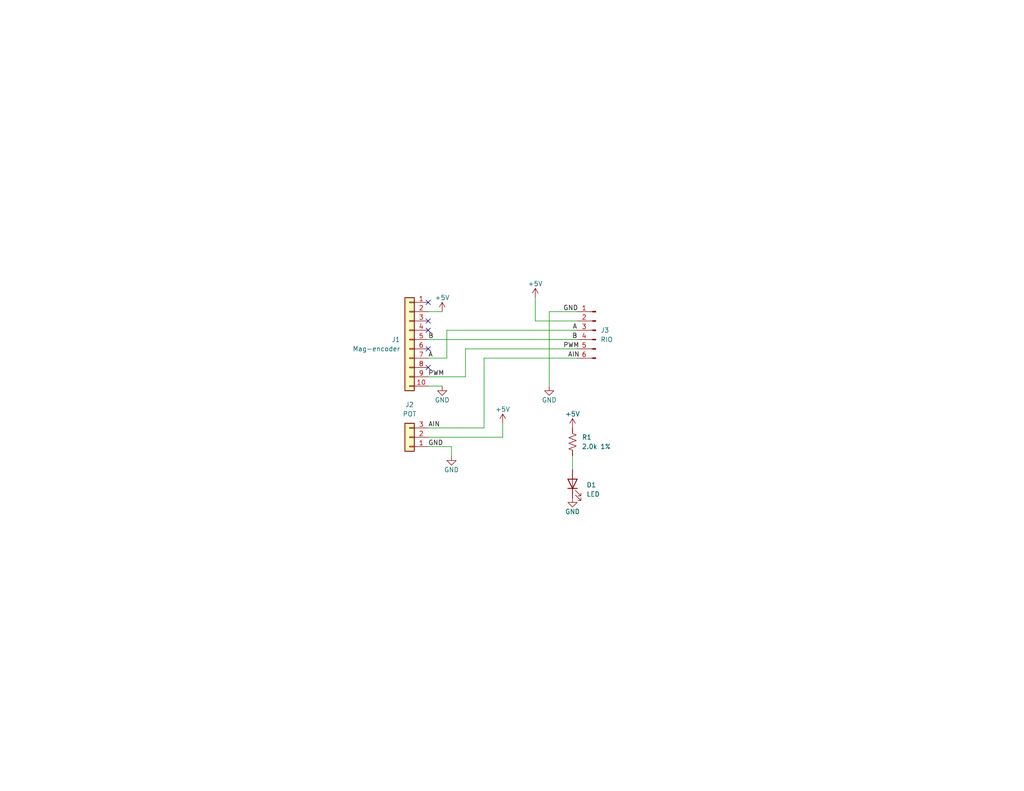
<source format=kicad_sch>
(kicad_sch (version 20230121) (generator eeschema)
  (paper "USLetter")
  (title_block (title "MAG Encoder Adapter") (date "2022-08-20") (rev "V1.0") (company "971 Spartan Robotics"))
  (lib_symbols
    (symbol "Connector:Conn_01x06_Male" (pin_names (offset 1.016) hide)
      (property "Reference" "J" (at 0 7.62 0))
      (property "Value" "Conn_01x06_Male" (at 0 -10.16 0))
      (symbol "Conn_01x06_Male_1_1"
        (polyline (pts (xy 1.27 -7.62) (xy 0.8636 -7.62)) (stroke (width 0.1524)))
        (polyline (pts (xy 1.27 -5.08) (xy 0.8636 -5.08)) (stroke (width 0.1524)))
        (polyline (pts (xy 1.27 -2.54) (xy 0.8636 -2.54)) (stroke (width 0.1524)))
        (polyline (pts (xy 1.27 0) (xy 0.8636 0)) (stroke (width 0.1524)))
        (polyline (pts (xy 1.27 2.54) (xy 0.8636 2.54)) (stroke (width 0.1524)))
        (polyline (pts (xy 1.27 5.08) (xy 0.8636 5.08)) (stroke (width 0.1524)))
        (rectangle (start 0.8636 -7.493) (end 0 -7.747) (stroke (width 0.1524)) (fill (type outline)))
        (rectangle (start 0.8636 -4.953) (end 0 -5.207) (stroke (width 0.1524)) (fill (type outline)))
        (rectangle (start 0.8636 -2.413) (end 0 -2.667) (stroke (width 0.1524)) (fill (type outline)))
        (rectangle (start 0.8636 0.127) (end 0 -0.127) (stroke (width 0.1524)) (fill (type outline)))
        (rectangle (start 0.8636 2.667) (end 0 2.413) (stroke (width 0.1524)) (fill (type outline)))
        (rectangle (start 0.8636 5.207) (end 0 4.953) (stroke (width 0.1524)) (fill (type outline)))
        (pin passive line (at 5.08 5.08 180) (length 3.81) (name "Pin_1") (number "1"))
        (pin passive line (at 5.08 2.54 180) (length 3.81) (name "Pin_2") (number "2"))
        (pin passive line (at 5.08 0 180) (length 3.81) (name "Pin_3") (number "3"))
        (pin passive line (at 5.08 -2.54 180) (length 3.81) (name "Pin_4") (number "4"))
        (pin passive line (at 5.08 -5.08 180) (length 3.81) (name "Pin_5") (number "5"))
        (pin passive line (at 5.08 -7.62 180) (length 3.81) (name "Pin_6") (number "6"))
      )
    )
    (symbol "Connector_Generic:Conn_01x03" (pin_names (offset 1.016) hide)
      (property "Reference" "J" (at 0 5.08 0))
      (property "Value" "Conn_01x03" (at 0 -5.08 0))
      (symbol "Conn_01x03_1_1"
        (rectangle (start -1.27 -2.413) (end 0 -2.667) (stroke (width 0.1524)))
        (rectangle (start -1.27 0.127) (end 0 -0.127) (stroke (width 0.1524)))
        (rectangle (start -1.27 2.667) (end 0 2.413) (stroke (width 0.1524)))
        (rectangle (start -1.27 3.81) (end 1.27 -3.81) (stroke (width 0.254)) (fill (type background)))
        (pin passive line (at -5.08 2.54 0) (length 3.81) (name "Pin_1") (number "1"))
        (pin passive line (at -5.08 0 0) (length 3.81) (name "Pin_2") (number "2"))
        (pin passive line (at -5.08 -2.54 0) (length 3.81) (name "Pin_3") (number "3"))
      )
    )
    (symbol "Connector_Generic:Conn_01x10" (pin_names (offset 1.016) hide)
      (property "Reference" "J" (at 0 12.7 0))
      (property "Value" "Conn_01x10" (at 0 -15.24 0))
      (symbol "Conn_01x10_1_1"
        (rectangle (start -1.27 -12.573) (end 0 -12.827) (stroke (width 0.1524)))
        (rectangle (start -1.27 -10.033) (end 0 -10.287) (stroke (width 0.1524)))
        (rectangle (start -1.27 -7.493) (end 0 -7.747) (stroke (width 0.1524)))
        (rectangle (start -1.27 -4.953) (end 0 -5.207) (stroke (width 0.1524)))
        (rectangle (start -1.27 -2.413) (end 0 -2.667) (stroke (width 0.1524)))
        (rectangle (start -1.27 0.127) (end 0 -0.127) (stroke (width 0.1524)))
        (rectangle (start -1.27 2.667) (end 0 2.413) (stroke (width 0.1524)))
        (rectangle (start -1.27 5.207) (end 0 4.953) (stroke (width 0.1524)))
        (rectangle (start -1.27 7.747) (end 0 7.493) (stroke (width 0.1524)))
        (rectangle (start -1.27 10.287) (end 0 10.033) (stroke (width 0.1524)))
        (rectangle (start -1.27 11.43) (end 1.27 -13.97) (stroke (width 0.254)) (fill (type background)))
        (pin passive line (at -5.08 10.16 0) (length 3.81) (name "Pin_1") (number "1"))
        (pin passive line (at -5.08 -12.7 0) (length 3.81) (name "Pin_10") (number "10"))
        (pin passive line (at -5.08 7.62 0) (length 3.81) (name "Pin_2") (number "2"))
        (pin passive line (at -5.08 5.08 0) (length 3.81) (name "Pin_3") (number "3"))
        (pin passive line (at -5.08 2.54 0) (length 3.81) (name "Pin_4") (number "4"))
        (pin passive line (at -5.08 0 0) (length 3.81) (name "Pin_5") (number "5"))
        (pin passive line (at -5.08 -2.54 0) (length 3.81) (name "Pin_6") (number "6"))
        (pin passive line (at -5.08 -5.08 0) (length 3.81) (name "Pin_7") (number "7"))
        (pin passive line (at -5.08 -7.62 0) (length 3.81) (name "Pin_8") (number "8"))
        (pin passive line (at -5.08 -10.16 0) (length 3.81) (name "Pin_9") (number "9"))
      )
    )
    (symbol "Device:LED" (pin_numbers hide) (pin_names (offset 1.016) hide)
      (property "Reference" "D" (at 0 2.54 0))
      (property "Value" "LED" (at 0 -2.54 0))
      (symbol "LED_0_1"
        (polyline (pts (xy -1.27 -1.27) (xy -1.27 1.27)) (stroke (width 0.254)))
        (polyline (pts (xy -1.27 0) (xy 1.27 0)))
        (polyline (pts (xy 1.27 -1.27) (xy 1.27 1.27) (xy -1.27 0) (xy 1.27 -1.27)) (stroke (width 0.254)))
        (polyline (pts (xy -3.048 -0.762) (xy -4.572 -2.286) (xy -3.81 -2.286) (xy -4.572 -2.286) (xy -4.572 -1.524)))
        (polyline (pts (xy -1.778 -0.762) (xy -3.302 -2.286) (xy -2.54 -2.286) (xy -3.302 -2.286) (xy -3.302 -1.524)))
      )
      (symbol "LED_1_1"
        (pin passive line (at -3.81 0 0) (length 2.54) (name "K") (number "1"))
        (pin passive line (at 3.81 0 180) (length 2.54) (name "A") (number "2"))
      )
    )
    (symbol "Device:R_US" (pin_numbers hide) (pin_names (offset 0))
      (property "Reference" "R" (at 2.54 0 90))
      (property "Value" "R_US" (at -2.54 0 90))
      (symbol "R_US_0_1"
        (polyline (pts (xy 0 -2.286) (xy 0 -2.54)))
        (polyline (pts (xy 0 2.286) (xy 0 2.54)))
        (polyline (pts (xy 0 -0.762) (xy 1.016 -1.143) (xy 0 -1.524) (xy -1.016 -1.905) (xy 0 -2.286)))
        (polyline (pts (xy 0 0.762) (xy 1.016 0.381) (xy 0 0) (xy -1.016 -0.381) (xy 0 -0.762)))
        (polyline (pts (xy 0 2.286) (xy 1.016 1.905) (xy 0 1.524) (xy -1.016 1.143) (xy 0 0.762)))
      )
      (symbol "R_US_1_1"
        (pin passive line (at 0 3.81 270) (length 1.27) (name "~") (number "1"))
        (pin passive line (at 0 -3.81 90) (length 1.27) (name "~") (number "2"))
      )
    )
    (symbol "power:+5V" (power) (pin_names (offset 0))
      (property "Value" "+5V" (at 0 3.556 0))
      (symbol "+5V_0_1"
        (polyline (pts (xy -0.762 1.27) (xy 0 2.54)))
        (polyline (pts (xy 0 0) (xy 0 2.54)))
        (polyline (pts (xy 0 2.54) (xy 0.762 1.27)))
      )
      (symbol "+5V_1_1"
        (pin power_in line (at 0 0 90) (length 0) hide (name "+5V") (number "1"))
      )
    )
    (symbol "power:GND" (power) (pin_names (offset 0))
      (property "Value" "GND" (at 0 -3.81 0))
      (symbol "GND_0_1"
        (polyline (pts (xy 0 0) (xy 0 -1.27) (xy 1.27 -1.27) (xy 0 -2.54) (xy -1.27 -1.27) (xy 0 -1.27)))
      )
      (symbol "GND_1_1"
        (pin power_in line (at 0 0 270) (length 0) hide (name "GND") (number "1"))
      )
    )
  )
  (no_connect (at 116.84 100.33))
  (no_connect (at 116.84 87.63))
  (no_connect (at 116.84 90.17))
  (no_connect (at 116.84 82.55))
  (no_connect (at 116.84 95.25))
  (wire (pts (xy 149.86 85.09) (xy 157.48 85.09)))
  (wire (pts (xy 116.84 92.71) (xy 157.48 92.71)))
  (wire (pts (xy 121.92 90.17) (xy 121.92 97.79)))
  (wire (pts (xy 120.65 85.09) (xy 116.84 85.09)))
  (wire (pts (xy 157.48 97.79) (xy 132.08 97.79)))
  (wire (pts (xy 120.65 105.41) (xy 116.84 105.41)))
  (wire (pts (xy 116.84 97.79) (xy 121.92 97.79)))
  (wire (pts (xy 127 95.25) (xy 127 102.87)))
  (wire (pts (xy 149.86 105.41) (xy 149.86 85.09)))
  (wire (pts (xy 156.21 124.46) (xy 156.21 128.27)))
  (wire (pts (xy 127 102.87) (xy 116.84 102.87)))
  (wire (pts (xy 137.16 119.38) (xy 137.16 115.57)))
  (wire (pts (xy 146.05 87.63) (xy 146.05 81.28)))
  (wire (pts (xy 132.08 97.79) (xy 132.08 116.84)))
  (wire (pts (xy 116.84 116.84) (xy 132.08 116.84)))
  (wire (pts (xy 116.84 119.38) (xy 137.16 119.38)))
  (wire (pts (xy 157.48 87.63) (xy 146.05 87.63)))
  (wire (pts (xy 121.92 90.17) (xy 157.48 90.17)))
  (wire (pts (xy 127 95.25) (xy 157.48 95.25)))
  (wire (pts (xy 123.19 124.46) (xy 123.19 121.92)))
  (wire (pts (xy 116.84 121.92) (xy 123.19 121.92)))
  (label "AIN" (at 116.84 116.84 0))
  (label "B" (at 156.0934 92.71 0))
  (label "PWM" (at 116.84 102.87 0))
  (label "GND" (at 153.67 85.09 0))
  (label "B" (at 116.84 92.71 0))
  (label "A" (at 116.84 97.79 0))
  (label "GND" (at 116.84 121.92 0))
  (label "AIN" (at 154.94 97.79 0))
  (label "PWM" (at 153.67 95.25 0))
  (label "A" (at 156.21 90.17 0))
  (symbol (lib_id "Connector:Conn_01x06_Male") (at 162.56 90.17 0) (mirror y) (unit 1)
    (property "Reference" "J3" (at 163.83 90.1699 0) (effects (justify right)))
    (property "Value" "RIO" (at 163.83 92.7099 0) (effects (justify right)))
    (property "Footprint" "mag:705550005" (effects hide))
    (property "DIST" "Digikey" (effects hide))
    (property "DIST P/N" "23-0705550005-ND" (effects hide))
    (property "MFG" "Molex" (effects hide))
    (property "MFG P/N" "705550005" (effects hide))
  )
  (symbol (lib_id "Device:R_US") (at 156.21 120.65 180) (unit 1)
    (property "Reference" "R1" (at 158.75 119.3799 0) (effects (justify right)))
    (property "Value" "2.0k 1%" (at 158.75 121.9199 0) (effects (justify right)))
    (property "Footprint" "Resistor_SMD:R_0805_2012Metric" (effects hide))
    (property "DIST" "Digikey" (effects hide))
    (property "DIST P/N" "311-2.0KARCT-ND" (effects hide))
    (property "MFG" "YAGEO" (effects hide))
    (property "MFG P/N" "RC0805JR-072KL" (effects hide))
  )
  (symbol (lib_id "Connector_Generic:Conn_01x10") (at 111.76 92.71 0) (mirror y) (unit 1)
    (property "Reference" "J1" (at 109.22 92.7099 0) (effects (justify left)))
    (property "Value" "Mag-encoder" (at 109.22 95.2499 0) (effects (justify left)))
    (property "Footprint" "MAG-encoder:20021521-00010T1LF" (effects hide))
    (property "MFG P/N" "20021521-00010T1LF" (effects hide))
    (property "MFG" "Amphenol ICC" (effects hide))
    (property "DIST" "Digikey" (effects hide))
    (property "DIST P/N" "609-4054-ND" (effects hide))
  )
  (symbol (lib_id "power:GND") (at 156.21 135.89 0) (unit 1)
    (property "Reference" "#PWR08" (effects hide))
    (property "Value" "GND" (at 156.21 139.7 0))
  )
  (symbol (lib_id "power:+5V") (at 146.05 81.28 0) (unit 1)
    (property "Reference" "#PWR05" (effects hide))
    (property "Value" "+5V" (at 146.05 77.47 0))
  )
  (symbol (lib_id "power:GND") (at 123.19 124.46 0) (unit 1)
    (property "Reference" "#PWR03" (effects hide))
    (property "Value" "GND" (at 123.19 128.27 0))
  )
  (symbol (lib_id "Device:LED") (at 156.21 132.08 90) (unit 1)
    (property "Reference" "D1" (at 160.02 132.3974 90) (effects (justify right)))
    (property "Value" "LED" (at 160.02 134.9374 90) (effects (justify right)))
    (property "Footprint" "LED_SMD:LED_1206_3216Metric" (effects hide))
    (property "MFG" "Everlight Electronics Co Ltd" (effects hide))
    (property "MFG P/N" "QTLP650D4TR" (effects hide))
    (property "DIST" "Digikey" (effects hide))
    (property "DIST P/N" "1080-1419-1-ND" (effects hide))
  )
  (symbol (lib_id "power:GND") (at 149.86 105.41 0) (unit 1)
    (property "Reference" "#PWR06" (effects hide))
    (property "Value" "GND" (at 149.86 109.22 0))
  )
  (symbol (lib_id "Connector_Generic:Conn_01x03") (at 111.76 119.38 180) (unit 1)
    (property "Reference" "J2" (at 111.76 110.49 0))
    (property "Value" "POT" (at 111.76 113.03 0))
    (property "Footprint" "MAG-encoder:70555-0002" (effects hide))
    (property "MFG P/N" "0705550002" (effects hide))
    (property "MFG" "Molex" (effects hide))
    (property "DIST" "Digikey" (effects hide))
    (property "DIST P/N" "WM4165-ND" (effects hide))
  )
  (symbol (lib_id "power:+5V") (at 137.16 115.57 0) (unit 1)
    (property "Reference" "#PWR04" (effects hide))
    (property "Value" "+5V" (at 137.16 111.76 0))
  )
  (symbol (lib_id "power:+5V") (at 156.21 116.84 0) (unit 1)
    (property "Reference" "#PWR07" (effects hide))
    (property "Value" "+5V" (at 156.21 113.03 0))
  )
  (symbol (lib_id "power:GND") (at 120.65 105.41 0) (unit 1)
    (property "Reference" "#PWR02" (effects hide))
    (property "Value" "GND" (at 120.65 109.22 0))
  )
  (symbol (lib_id "power:+5V") (at 120.65 85.09 0) (unit 1)
    (property "Reference" "#PWR01" (effects hide))
    (property "Value" "+5V" (at 120.65 81.28 0))
  )
)
</source>
